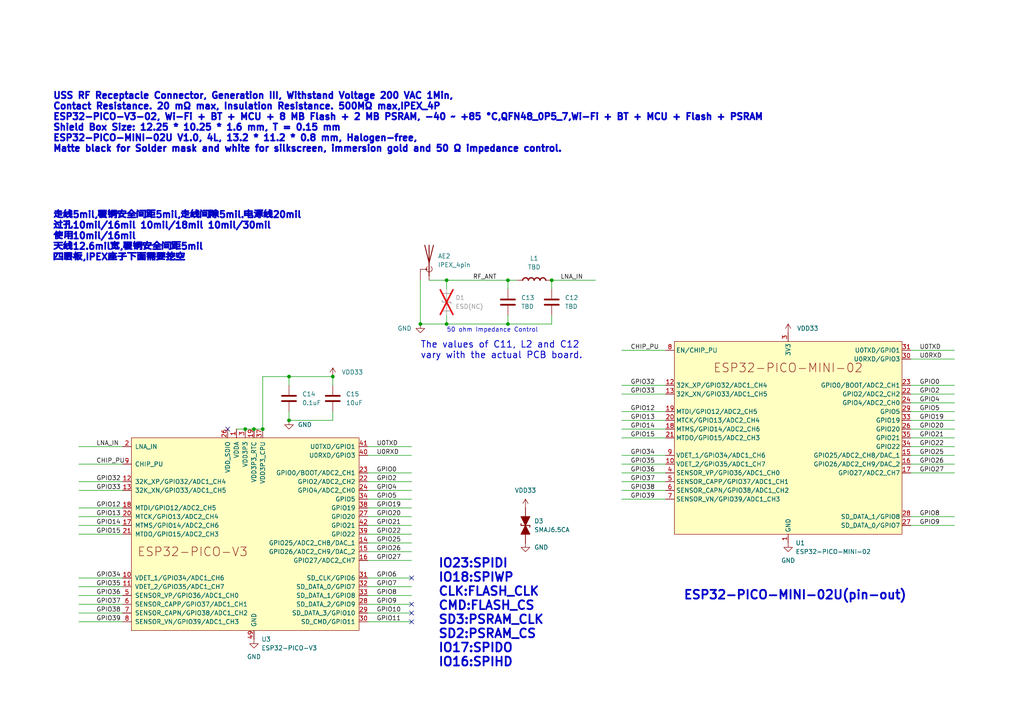
<source format=kicad_sch>
(kicad_sch (version 20250114) (generator "eeschema") (generator_version "9.0")
  (paper "A4")
  (lib_symbols
    (symbol "Device:Antenna_Shield" (pin_numbers (hide yes)) (pin_names (offset 1.016) (hide yes))
      (property "Reference" "AE" (at -1.905 4.445 0))
      (property "Value" "Antenna_Shield" (at -1.905 2.54 0))
      (symbol "Antenna_Shield_0_1"
        (arc (start 0 -2.667) (mid -0.8485 -2.1032) (end -0.508 -1.143))
        (polyline (pts (xy 0 5.08) (xy 0 -3.81)) (stroke (width 0.254)))
        (polyline (pts (xy 0 -2.54) (xy 0 0)))
        (arc (start 0.508 -1.143) (mid 0.8046 -2.0885) (end 0 -2.667))
        (polyline (pts (xy 0.762 -1.905) (xy 2.54 -1.905)))
        (circle (center 0.762 -1.905) (radius 0.1778) (fill (type outline)))
        (polyline (pts (xy 1.27 5.08) (xy 0 0) (xy -1.27 5.08)) (stroke (width 0.254)))
        (polyline (pts (xy 2.54 -2.54) (xy 2.54 -1.905)))
      )
      (symbol "Antenna_Shield_1_1"
        (pin input line (at 0 -5.08 90) (length 2.54) (name "A") (number "1"))
        (pin input line (at 2.54 -5.08 90) (length 2.54) (name "Shield") (number "2"))
      )
    )
    (symbol "Diode:ESD9B5.0ST5G" (pin_numbers (hide yes)) (pin_names (offset 1.016) (hide yes))
      (property "Reference" "D" (at 0 2.54 0))
      (property "Value" "ESD9B5.0ST5G" (at 0 -2.54 0))
      (symbol "ESD9B5.0ST5G_0_1"
        (polyline (pts (xy -2.54 -1.27) (xy 0 0) (xy -2.54 1.27) (xy -2.54 -1.27)) (stroke (width 0.2032)))
        (polyline (pts (xy 0.508 1.27) (xy 0 1.27) (xy 0 -1.27) (xy -0.508 -1.27)) (stroke (width 0.2032)))
        (polyline (pts (xy 1.27 0) (xy -1.27 0)))
        (polyline (pts (xy 2.54 1.27) (xy 2.54 -1.27) (xy 0 0) (xy 2.54 1.27)) (stroke (width 0.2032)))
      )
      (symbol "ESD9B5.0ST5G_1_1"
        (pin passive line (at -3.81 0 0) (length 2.54) (name "A1") (number "1"))
        (pin passive line (at 3.81 0 180) (length 2.54) (name "A2") (number "2"))
      )
    )
    (symbol "PCM_Capacitor_AKL:C_1206" (pin_numbers (hide yes)) (pin_names (offset 0.254))
      (property "Reference" "C" (at 0.635 2.54 0))
      (property "Value" "C_1206" (at 0.635 -2.54 0))
      (symbol "C_1206_0_1"
        (polyline (pts (xy -2.032 0.762) (xy 2.032 0.762)) (stroke (width 0.508)))
        (polyline (pts (xy -2.032 -0.762) (xy 2.032 -0.762)) (stroke (width 0.508)))
      )
      (symbol "C_1206_0_2"
        (polyline (pts (xy -2.54 -2.54) (xy -0.381 -0.381)))
        (polyline (pts (xy -0.508 -0.508) (xy -1.651 0.635)) (stroke (width 0.508)))
        (polyline (pts (xy -0.508 -0.508) (xy 0.635 -1.651)) (stroke (width 0.508)))
        (polyline (pts (xy 0.381 0.381) (xy 2.54 2.54)))
        (polyline (pts (xy 0.508 0.508) (xy -0.635 1.651)) (stroke (width 0.508)))
        (polyline (pts (xy 0.508 0.508) (xy 1.651 -0.635)) (stroke (width 0.508)))
      )
      (symbol "C_1206_1_1"
        (pin passive line (at 0 3.81 270) (length 2.794) (name "~") (number "1"))
        (pin passive line (at 0 -3.81 90) (length 2.794) (name "~") (number "2"))
      )
      (symbol "C_1206_1_2"
        (pin passive line (at -2.54 -2.54 90) (length 0) (name "~") (number "2"))
        (pin passive line (at 2.54 2.54 270) (length 0) (name "~") (number "1"))
      )
    )
    (symbol "PCM_Diode_TVS_AKL:SMAJ6.5CA" (pin_numbers (hide yes)) (pin_names (offset 1.016) (hide yes))
      (property "Reference" "D" (at 0 5.08 0))
      (property "Value" "SMAJ6.5CA" (at 0 2.54 0))
      (symbol "SMAJ6.5CA_0_1"
        (polyline (pts (xy 0 1.27) (xy 0 -1.27)) (stroke (width 0.254)))
        (polyline (pts (xy 0 1.27) (xy 0.508 1.27)) (stroke (width 0.254)))
        (polyline (pts (xy 0 0) (xy -2.54 1.27) (xy -2.54 -1.27) (xy 0 0)) (stroke (width 0.254)) (fill (type outline)))
        (polyline (pts (xy 0 -1.27) (xy -0.508 -1.27)) (stroke (width 0.254)))
        (polyline (pts (xy 1.27 0) (xy -1.27 0)))
        (polyline (pts (xy 2.54 1.27) (xy 2.54 -1.27) (xy 0 0) (xy 2.54 1.27)) (stroke (width 0.254)) (fill (type outline)))
      )
      (symbol "SMAJ6.5CA_0_2"
        (polyline (pts (xy -3.81 -3.81) (xy 3.81 3.81)))
        (polyline (pts (xy -1.778 -1.778) (xy -2.667 -0.889) (xy 0 0) (xy -0.889 -2.667) (xy -1.778 -1.778)) (stroke (width 0.254)) (fill (type outline)))
        (polyline (pts (xy -0.889 0.889) (xy -1.27 0.508)) (stroke (width 0.254)))
        (polyline (pts (xy -0.889 0.889) (xy 0.889 -0.889)) (stroke (width 0.254)))
        (polyline (pts (xy 0.889 -0.889) (xy 1.27 -0.508)) (stroke (width 0.254)))
        (polyline (pts (xy 1.778 1.778) (xy 2.667 0.889) (xy 0 0) (xy 0.889 2.667) (xy 1.778 1.778)) (stroke (width 0.254)) (fill (type outline)))
      )
      (symbol "SMAJ6.5CA_1_1"
        (pin passive line (at -5.08 0 0) (length 2.54) (name "K") (number "1"))
        (pin passive line (at 5.08 0 180) (length 2.54) (name "A") (number "2"))
      )
      (symbol "SMAJ6.5CA_1_2"
        (pin passive line (at -3.81 -3.81 0) (length 0) (name "A") (number "2"))
        (pin passive line (at 3.81 3.81 180) (length 0) (name "K") (number "1"))
      )
    )
    (symbol "PCM_Elektuur:L" (pin_numbers (hide yes)) (pin_names (offset 0) (hide yes))
      (property "Reference" "L" (at 2.54 3.175 0))
      (property "Value" "L" (at 2.54 -3.175 0))
      (symbol "L_1_0"
        (arc (start 0 3.302) (mid 0.6604 2.5146) (end 0 1.7272) (stroke (width 0.254)))
        (arc (start 0 1.6256) (mid 0.6604 0.8382) (end 0 0.0508) (stroke (width 0.254)))
        (arc (start 0 -0.0508) (mid 0.6604 -0.8382) (end 0 -1.6256) (stroke (width 0.254)))
        (arc (start 0 -1.7272) (mid 0.6604 -2.5146) (end 0 -3.302) (stroke (width 0.254)))
        (arc (start 0 3.4036) (mid 0.762 2.5146) (end 0 1.6256) (stroke (width 0.254)))
        (arc (start 0 1.7272) (mid 0.762 0.8382) (end 0 -0.0508) (stroke (width 0.254)))
        (arc (start 0 0.0508) (mid 0.762 -0.8382) (end 0 -1.7272) (stroke (width 0.254)))
        (arc (start 0 -1.6256) (mid 0.762 -2.5146) (end 0 -3.4036) (stroke (width 0.254)))
        (polyline (pts (xy 0 3.5052) (xy 0 3.302)) (stroke (width 0.254)))
        (polyline (pts (xy 0 1.7272) (xy 0 1.6256)) (stroke (width 0.254)))
        (polyline (pts (xy 0 0.0508) (xy 0 -0.0508)) (stroke (width 0.254)))
        (polyline (pts (xy 0 -1.6256) (xy 0 -1.7272)) (stroke (width 0.254)))
        (polyline (pts (xy 0 -3.302) (xy 0 -3.5052)) (stroke (width 0.254)))
        (pin passive line (at 0 5.08 270) (length 1.5748) (name "+") (number "1"))
        (pin passive line (at 0 -5.08 90) (length 1.5748) (name "-") (number "2"))
      )
      (symbol "L_1_2"
        (rectangle (start 1.524 3.3782) (end 1.9812 -3.3782) (stroke (width 0.254)) (fill (type outline)))
      )
      (symbol "L_1_3"
        (rectangle (start 1.524 3.0988) (end 1.9812 1.9304) (stroke (width 0.254)) (fill (type outline)))
        (rectangle (start 1.524 1.4224) (end 1.9812 0.254) (stroke (width 0.254)) (fill (type outline)))
        (rectangle (start 1.524 -0.254) (end 1.9812 -1.4224) (stroke (width 0.254)) (fill (type outline)))
        (rectangle (start 1.524 -1.9304) (end 1.9812 -3.0988) (stroke (width 0.254)) (fill (type outline)))
      )
    )
    (symbol "PCM_Espressif:ESP32-PICO-MINI-02"
      (property "Reference" "U" (at -33.02 33.02 0))
      (property "Value" "ESP32-PICO-MINI-02" (at -22.86 30.48 0))
      (symbol "ESP32-PICO-MINI-02_0_0"
        (text "ESP32-PICO-MINI-02" (at 0 20.32 0) (effects (font (size 2.54 2.54))))
        (pin power_in line (at 0 -30.48 90) (length 2.54) (name "GND") (number "1"))
        (pin passive line (at 0 -30.48 90) (length 2.54) (hide yes) (name "GND") (number "37"))
        (pin passive line (at 0 -30.48 90) (length 2.54) (hide yes) (name "GND") (number "38"))
        (pin passive line (at 0 -30.48 90) (length 2.54) (hide yes) (name "GND") (number "39"))
        (pin passive line (at 0 -30.48 90) (length 2.54) (hide yes) (name "GND") (number "40"))
        (pin passive line (at 0 -30.48 90) (length 2.54) (hide yes) (name "GND") (number "41"))
        (pin passive line (at 0 -30.48 90) (length 2.54) (hide yes) (name "GND") (number "42"))
        (pin passive line (at 0 -30.48 90) (length 2.54) (hide yes) (name "GND") (number "43"))
        (pin passive line (at 0 -30.48 90) (length 2.54) (hide yes) (name "GND") (number "44"))
        (pin passive line (at 0 -30.48 90) (length 2.54) (hide yes) (name "GND") (number "45"))
        (pin passive line (at 0 -30.48 90) (length 2.54) (hide yes) (name "GND") (number "46"))
        (pin passive line (at 0 -30.48 90) (length 2.54) (hide yes) (name "GND") (number "47"))
        (pin passive line (at 0 -30.48 90) (length 2.54) (hide yes) (name "GND") (number "48"))
        (pin passive line (at 0 -30.48 90) (length 2.54) (hide yes) (name "GND") (number "49"))
        (pin passive line (at 0 -30.48 90) (length 2.54) (hide yes) (name "GND") (number "50"))
        (pin passive line (at 0 -30.48 90) (length 2.54) (hide yes) (name "GND") (number "51"))
        (pin passive line (at 0 -30.48 90) (length 2.54) (hide yes) (name "GND") (number "52"))
        (pin passive line (at 0 -30.48 90) (length 2.54) (hide yes) (name "GND") (number "53"))
      )
      (symbol "ESP32-PICO-MINI-02_0_1"
        (rectangle (start -33.02 27.94) (end 33.02 -27.94) (fill (type background)))
      )
      (symbol "ESP32-PICO-MINI-02_1_1"
        (pin input line (at -35.56 25.4 0) (length 2.54) (name "EN/CHIP_PU") (number "8"))
        (pin bidirectional line (at -35.56 15.24 0) (length 2.54) (name "32K_XP/GPIO32/ADC1_CH4") (number "12"))
        (pin bidirectional line (at -35.56 12.7 0) (length 2.54) (name "32K_XN/GPIO33/ADC1_CH5") (number "13"))
        (pin bidirectional line (at -35.56 7.62 0) (length 2.54) (name "MTDI/GPIO12/ADC2_CH5") (number "19"))
        (pin bidirectional line (at -35.56 5.08 0) (length 2.54) (name "MTCK/GPIO13/ADC2_CH4") (number "20"))
        (pin bidirectional line (at -35.56 2.54 0) (length 2.54) (name "MTMS/GPIO14/ADC2_CH6") (number "18"))
        (pin bidirectional line (at -35.56 0 0) (length 2.54) (name "MTDO/GPIO15/ADC2_CH3") (number "21"))
        (pin input line (at -35.56 -5.08 0) (length 2.54) (name "VDET_1/GPIO34/ADC1_CH6") (number "9"))
        (pin input line (at -35.56 -7.62 0) (length 2.54) (name "VDET_2/GPIO35/ADC1_CH7") (number "10"))
        (pin input line (at -35.56 -10.16 0) (length 2.54) (name "SENSOR_VP/GPIO36/ADC1_CH0") (number "4"))
        (pin input line (at -35.56 -12.7 0) (length 2.54) (name "SENSOR_CAPP/GPIO37/ADC1_CH1") (number "5"))
        (pin input line (at -35.56 -15.24 0) (length 2.54) (name "SENSOR_CAPN/GPIO38/ADC1_CH2") (number "6"))
        (pin input line (at -35.56 -17.78 0) (length 2.54) (name "SENSOR_VN/GPIO39/ADC1_CH3") (number "7"))
        (pin no_connect line (at -33.02 -22.86 0) (length 2.54) (hide yes) (name "NC") (number "25"))
        (pin no_connect line (at -33.02 -25.4 0) (length 2.54) (hide yes) (name "NC") (number "32"))
        (pin power_in line (at 0 30.48 270) (length 2.54) (name "3V3") (number "3"))
        (pin passive line (at 0 -30.48 90) (length 2.54) (hide yes) (name "GND") (number "11"))
        (pin passive line (at 0 -30.48 90) (length 2.54) (hide yes) (name "GND") (number "14"))
        (pin passive line (at 0 -30.48 90) (length 2.54) (hide yes) (name "GND") (number "2"))
        (pin passive line (at 0 -30.48 90) (length 2.54) (hide yes) (name "GND") (number "36"))
        (pin bidirectional line (at 35.56 25.4 180) (length 2.54) (name "U0TXD/GPIO1") (number "31"))
        (pin bidirectional line (at 35.56 22.86 180) (length 2.54) (name "U0RXD/GPIO3") (number "30"))
        (pin bidirectional line (at 35.56 15.24 180) (length 2.54) (name "GPIO0/BOOT/ADC2_CH1") (number "23"))
        (pin bidirectional line (at 35.56 12.7 180) (length 2.54) (name "GPIO2/ADC2_CH2") (number "22"))
        (pin bidirectional line (at 35.56 10.16 180) (length 2.54) (name "GPIO4/ADC2_CH0") (number "24"))
        (pin bidirectional line (at 35.56 7.62 180) (length 2.54) (name "GPIO5") (number "29"))
        (pin bidirectional line (at 35.56 5.08 180) (length 2.54) (name "GPIO19") (number "33"))
        (pin bidirectional line (at 35.56 2.54 180) (length 2.54) (name "GPIO20") (number "26"))
        (pin bidirectional line (at 35.56 0 180) (length 2.54) (name "GPIO21") (number "35"))
        (pin bidirectional line (at 35.56 -2.54 180) (length 2.54) (name "GPIO22") (number "34"))
        (pin bidirectional line (at 35.56 -5.08 180) (length 2.54) (name "GPIO25/ADC2_CH8/DAC_1") (number "15"))
        (pin bidirectional line (at 35.56 -7.62 180) (length 2.54) (name "GPIO26/ADC2_CH9/DAC_2") (number "16"))
        (pin bidirectional line (at 35.56 -10.16 180) (length 2.54) (name "GPIO27/ADC2_CH7") (number "17"))
        (pin bidirectional line (at 35.56 -22.86 180) (length 2.54) (name "SD_DATA_1/GPIO8") (number "28"))
        (pin bidirectional line (at 35.56 -25.4 180) (length 2.54) (name "SD_DATA_0/GPIO7") (number "27"))
      )
    )
    (symbol "PCM_Espressif:ESP32-PICO-V3" (pin_names (offset 1.016))
      (property "Reference" "U" (at -33.02 33.02 0))
      (property "Value" "ESP32-PICO-V3" (at -33.02 30.48 0))
      (symbol "ESP32-PICO-V3_0_0"
        (text "ESP32-PICO-V3" (at -15.24 -5.08 0) (effects (font (size 2.54 2.54))))
      )
      (symbol "ESP32-PICO-V3_0_1"
        (rectangle (start -33.02 27.94) (end 33.02 -27.94) (fill (type background)))
      )
      (symbol "ESP32-PICO-V3_1_1"
        (pin bidirectional line (at -35.56 25.4 0) (length 2.54) (name "LNA_IN") (number "2"))
        (pin input line (at -35.56 20.32 0) (length 2.54) (name "CHIP_PU") (number "9"))
        (pin bidirectional line (at -35.56 15.24 0) (length 2.54) (name "32K_XP/GPIO32/ADC1_CH4") (number "12"))
        (pin bidirectional line (at -35.56 12.7 0) (length 2.54) (name "32K_XN/GPIO33/ADC1_CH5") (number "13"))
        (pin bidirectional line (at -35.56 7.62 0) (length 2.54) (name "MTDI/GPIO12/ADC2_CH5") (number "18"))
        (pin bidirectional line (at -35.56 5.08 0) (length 2.54) (name "MTCK/GPIO13/ADC2_CH4") (number "20"))
        (pin bidirectional line (at -35.56 2.54 0) (length 2.54) (name "MTMS/GPIO14/ADC2_CH6") (number "17"))
        (pin bidirectional line (at -35.56 0 0) (length 2.54) (name "MTDO/GPIO15/ADC2_CH3") (number "21"))
        (pin input line (at -35.56 -12.7 0) (length 2.54) (name "VDET_1/GPIO34/ADC1_CH6") (number "10"))
        (pin input line (at -35.56 -15.24 0) (length 2.54) (name "VDET_2/GPIO35/ADC1_CH7") (number "11"))
        (pin input line (at -35.56 -17.78 0) (length 2.54) (name "SENSOR_VP/GPIO36/ADC1_CH0") (number "5"))
        (pin input line (at -35.56 -20.32 0) (length 2.54) (name "SENSOR_CAPP/GPIO37/ADC1_CH1") (number "6"))
        (pin input line (at -35.56 -22.86 0) (length 2.54) (name "SENSOR_CAPN/GPIO38/ADC1_CH2") (number "7"))
        (pin input line (at -35.56 -25.4 0) (length 2.54) (name "SENSOR_VN/GPIO39/ADC1_CH3") (number "8"))
        (pin power_out line (at -5.08 30.48 270) (length 2.54) (name "VDD_SDIO") (number "26"))
        (pin power_in line (at -2.54 30.48 270) (length 2.54) (name "VDDA") (number "1"))
        (pin passive line (at -2.54 30.48 270) (length 2.54) (hide yes) (name "VDDA") (number "43"))
        (pin passive line (at -2.54 30.48 270) (length 2.54) (hide yes) (name "VDDA") (number "46"))
        (pin power_in line (at 0 30.48 270) (length 2.54) (name "VDD3P3") (number "3"))
        (pin passive line (at 0 30.48 270) (length 2.54) (hide yes) (name "VDD3P3") (number "4"))
        (pin power_in line (at 2.54 30.48 270) (length 2.54) (name "VDD3P3_RTC") (number "19"))
        (pin power_in line (at 2.54 -30.48 90) (length 2.54) (name "GND") (number "49"))
        (pin power_in line (at 5.08 30.48 270) (length 2.54) (name "VDD3P3_CPU") (number "37"))
        (pin bidirectional line (at 35.56 25.4 180) (length 2.54) (name "U0TXD/GPIO1") (number "41"))
        (pin bidirectional line (at 35.56 22.86 180) (length 2.54) (name "U0RXD/GPIO3") (number "40"))
        (pin bidirectional line (at 35.56 17.78 180) (length 2.54) (name "GPIO0/BOOT/ADC2_CH1") (number "23"))
        (pin bidirectional line (at 35.56 15.24 180) (length 2.54) (name "GPIO2/ADC2_CH2") (number "22"))
        (pin bidirectional line (at 35.56 12.7 180) (length 2.54) (name "GPIO4/ADC2_CH0") (number "24"))
        (pin bidirectional line (at 35.56 10.16 180) (length 2.54) (name "GPIO5") (number "34"))
        (pin bidirectional line (at 35.56 7.62 180) (length 2.54) (name "GPIO19") (number "38"))
        (pin bidirectional line (at 35.56 5.08 180) (length 2.54) (name "GPIO20") (number "27"))
        (pin bidirectional line (at 35.56 2.54 180) (length 2.54) (name "GPIO21") (number "42"))
        (pin bidirectional line (at 35.56 0 180) (length 2.54) (name "GPIO22") (number "39"))
        (pin bidirectional line (at 35.56 -2.54 180) (length 2.54) (name "GPIO25/ADC2_CH8/DAC_1") (number "14"))
        (pin bidirectional line (at 35.56 -5.08 180) (length 2.54) (name "GPIO26/ADC2_CH9/DAC_2") (number "15"))
        (pin bidirectional line (at 35.56 -7.62 180) (length 2.54) (name "GPIO27/ADC2_CH7") (number "16"))
        (pin bidirectional line (at 35.56 -12.7 180) (length 2.54) (name "SD_CLK/GPIO6") (number "31"))
        (pin bidirectional line (at 35.56 -15.24 180) (length 2.54) (name "SD_DATA_0/GPIO7") (number "32"))
        (pin bidirectional line (at 35.56 -17.78 180) (length 2.54) (name "SD_DATA_1/GPIO8") (number "33"))
        (pin bidirectional line (at 35.56 -20.32 180) (length 2.54) (name "SD_DATA_2/GPIO9") (number "28"))
        (pin bidirectional line (at 35.56 -22.86 180) (length 2.54) (name "SD_DATA_3/GPIO10") (number "29"))
        (pin bidirectional line (at 35.56 -25.4 180) (length 2.54) (name "SD_CMD/GPIO11") (number "30"))
      )
    )
    (symbol "power:+3.3V" (power) (pin_numbers (hide yes)) (pin_names (offset 0) (hide yes))
      (property "Value" "+3.3V" (at 0 3.556 0))
      (symbol "+3.3V_0_1"
        (polyline (pts (xy -0.762 1.27) (xy 0 2.54)))
        (polyline (pts (xy 0 2.54) (xy 0.762 1.27)))
        (polyline (pts (xy 0 0) (xy 0 2.54)))
      )
      (symbol "+3.3V_1_1"
        (pin power_in line (at 0 0 90) (length 0) (name "~") (number "1"))
      )
    )
    (symbol "power:GND" (power) (pin_numbers (hide yes)) (pin_names (offset 0) (hide yes))
      (property "Value" "GND" (at 0 -3.81 0))
      (symbol "GND_0_1"
        (polyline (pts (xy 0 0) (xy 0 -1.27) (xy 1.27 -1.27) (xy 0 -2.54) (xy -1.27 -1.27) (xy 0 -1.27)))
      )
      (symbol "GND_1_1"
        (pin power_in line (at 0 0 270) (length 0) (name "~") (number "1"))
      )
    )
  )
  (text "The values of C11, L2 and C12\nvary with the actual PCB board." (exclude_from_sim yes) (at 121.92 101.6 0) (effects (font (size 1.905 1.905) (thickness 0.2381)) (justify left)))
  (text "IO23:SPIDI\nIO18:SPIWP\nCLK:FLASH_CLK\nCMD:FLASH_CS\nSD3:PSRAM_CLK\nSD2:PSRAM_CS\nIO17:SPIDO\nIO16:SPIHD" (exclude_from_sim yes) (at 127 177.8 0) (effects (font (size 2.54 2.54) (thickness 0.508) (bold yes)) (justify left)))
  (text "50 ohm Impedance Control" (at 129.54 96.52 0) (effects (font (size 1.27 1.27)) (justify left bottom)))
  (text "ESP32-PICO-MINI-02U(pin-out)" (exclude_from_sim yes) (at 198.12 172.72 0) (effects (font (size 2.54 2.54) (thickness 0.508) (bold yes)) (justify left)))
  (text "USS RF Receptacle Connector, Generation III, Withstand Voltage 200 VAC 1Min, \nContact Resistance. 20 mΩ max, Insulation Resistance. 500MΩ max,IPEX_4P\nESP32-PICO-V3-02, Wi-Fi + BT + MCU + 8 MB Flash + 2 MB PSRAM, -40 ~ +85 °C,QFN48_0P5_7,Wi-Fi + BT + MCU + Flash + PSRAM\nShield Box Size: 12.25 * 10.25 * 1.6 mm, T = 0.15 mm\nESP32-PICO-MINI-02U V1.0, 4L, 13.2 * 11.2 * 0.8 mm, Halogen-free, \nMatte black for Solder mask and white for silkscreen, immersion gold and 50 Ω impedance control." (exclude_from_sim yes) (at 15.24 35.56 0) (effects (font (size 1.905 1.905) (thickness 0.508) (bold yes)) (justify left)))
  (text "走线5mil,覆铜安全间距5mil,走线间隙5mil.电源线20mil\n过孔10mil/16mil 10mil/18mil 10mil/30mil\n使用10mil/16mil\n天线12.6mil宽,覆铜安全间距5mil\n四层板,IPEX座子下面需要挖空" (exclude_from_sim yes) (at 15.24 68.58 0) (effects (font (size 1.905 1.905) (thickness 0.508) (bold yes)) (justify left)))
  (junction (at 83.82 109.22))
  (junction (at 96.52 109.22))
  (junction (at 71.12 124.46))
  (junction (at 73.66 124.46))
  (junction (at 76.2 124.46))
  (junction (at 147.32 93.98))
  (junction (at 129.54 81.28))
  (junction (at 147.32 81.28))
  (junction (at 160.02 81.28))
  (junction (at 83.82 121.92))
  (junction (at 129.54 93.98))
  (junction (at 121.92 93.98))
  (no_connect (at 119.38 175.26))
  (no_connect (at 119.38 167.64))
  (no_connect (at 119.38 177.8))
  (no_connect (at 66.04 124.46))
  (no_connect (at 119.38 180.34))
  (wire (pts (xy 96.52 119.38) (xy 96.52 121.92)))
  (wire (pts (xy 264.16 127) (xy 276.86 127)))
  (wire (pts (xy 180.34 137.16) (xy 193.04 137.16)))
  (wire (pts (xy 180.34 121.92) (xy 193.04 121.92)))
  (wire (pts (xy 83.82 109.22) (xy 83.82 111.76)))
  (wire (pts (xy 22.86 154.94) (xy 35.56 154.94)))
  (wire (pts (xy 106.68 160.02) (xy 119.38 160.02)))
  (wire (pts (xy 106.68 157.48) (xy 119.38 157.48)))
  (wire (pts (xy 106.68 137.16) (xy 119.38 137.16)))
  (wire (pts (xy 147.32 81.28) (xy 147.32 83.82)))
  (wire (pts (xy 264.16 137.16) (xy 276.86 137.16)))
  (wire (pts (xy 129.54 93.98) (xy 147.32 93.98)))
  (wire (pts (xy 180.34 114.3) (xy 193.04 114.3)))
  (wire (pts (xy 180.34 142.24) (xy 193.04 142.24)))
  (wire (pts (xy 106.68 180.34) (xy 119.38 180.34)))
  (wire (pts (xy 180.34 101.6) (xy 193.04 101.6)))
  (wire (pts (xy 106.68 129.54) (xy 119.38 129.54)))
  (wire (pts (xy 106.68 149.86) (xy 119.38 149.86)))
  (wire (pts (xy 22.86 180.34) (xy 35.56 180.34)))
  (wire (pts (xy 106.68 132.08) (xy 119.38 132.08)))
  (wire (pts (xy 22.86 167.64) (xy 35.56 167.64)))
  (wire (pts (xy 264.16 101.6) (xy 276.86 101.6)))
  (wire (pts (xy 106.68 139.7) (xy 119.38 139.7)))
  (wire (pts (xy 180.34 124.46) (xy 193.04 124.46)))
  (wire (pts (xy 264.16 149.86) (xy 276.86 149.86)))
  (wire (pts (xy 22.86 142.24) (xy 35.56 142.24)))
  (wire (pts (xy 121.92 81.28) (xy 121.92 93.98)))
  (wire (pts (xy 180.34 139.7) (xy 193.04 139.7)))
  (wire (pts (xy 264.16 129.54) (xy 276.86 129.54)))
  (wire (pts (xy 22.86 177.8) (xy 35.56 177.8)))
  (wire (pts (xy 147.32 91.44) (xy 147.32 93.98)))
  (wire (pts (xy 106.68 175.26) (xy 119.38 175.26)))
  (wire (pts (xy 71.12 124.46) (xy 73.66 124.46)))
  (wire (pts (xy 129.54 81.28) (xy 129.54 83.82)))
  (wire (pts (xy 180.34 134.62) (xy 193.04 134.62)))
  (wire (pts (xy 264.16 116.84) (xy 276.86 116.84)))
  (wire (pts (xy 264.16 114.3) (xy 276.86 114.3)))
  (wire (pts (xy 76.2 109.22) (xy 83.82 109.22)))
  (wire (pts (xy 160.02 83.82) (xy 160.02 81.28)))
  (wire (pts (xy 180.34 127) (xy 193.04 127)))
  (wire (pts (xy 180.34 132.08) (xy 193.04 132.08)))
  (wire (pts (xy 121.92 93.98) (xy 129.54 93.98)))
  (wire (pts (xy 264.16 121.92) (xy 276.86 121.92)))
  (wire (pts (xy 160.02 81.28) (xy 172.72 81.28)))
  (wire (pts (xy 180.34 111.76) (xy 193.04 111.76)))
  (wire (pts (xy 264.16 111.76) (xy 276.86 111.76)))
  (wire (pts (xy 22.86 134.62) (xy 35.56 134.62)))
  (wire (pts (xy 264.16 104.14) (xy 276.86 104.14)))
  (wire (pts (xy 264.16 124.46) (xy 276.86 124.46)))
  (wire (pts (xy 160.02 93.98) (xy 160.02 91.44)))
  (wire (pts (xy 22.86 129.54) (xy 35.56 129.54)))
  (wire (pts (xy 106.68 177.8) (xy 119.38 177.8)))
  (wire (pts (xy 22.86 172.72) (xy 35.56 172.72)))
  (wire (pts (xy 264.16 152.4) (xy 276.86 152.4)))
  (wire (pts (xy 76.2 109.22) (xy 76.2 124.46)))
  (wire (pts (xy 106.68 147.32) (xy 119.38 147.32)))
  (wire (pts (xy 96.52 121.92) (xy 83.82 121.92)))
  (wire (pts (xy 68.58 124.46) (xy 71.12 124.46)))
  (wire (pts (xy 106.68 144.78) (xy 119.38 144.78)))
  (wire (pts (xy 22.86 139.7) (xy 35.56 139.7)))
  (wire (pts (xy 106.68 167.64) (xy 119.38 167.64)))
  (wire (pts (xy 180.34 144.78) (xy 193.04 144.78)))
  (wire (pts (xy 96.52 109.22) (xy 83.82 109.22)))
  (wire (pts (xy 180.34 119.38) (xy 193.04 119.38)))
  (wire (pts (xy 106.68 170.18) (xy 119.38 170.18)))
  (wire (pts (xy 129.54 91.44) (xy 129.54 93.98)))
  (wire (pts (xy 22.86 147.32) (xy 35.56 147.32)))
  (wire (pts (xy 149.86 81.28) (xy 147.32 81.28)))
  (wire (pts (xy 22.86 152.4) (xy 35.56 152.4)))
  (wire (pts (xy 22.86 175.26) (xy 35.56 175.26)))
  (wire (pts (xy 96.52 109.22) (xy 96.52 111.76)))
  (wire (pts (xy 22.86 149.86) (xy 35.56 149.86)))
  (wire (pts (xy 22.86 170.18) (xy 35.56 170.18)))
  (wire (pts (xy 106.68 154.94) (xy 119.38 154.94)))
  (wire (pts (xy 124.46 81.28) (xy 129.54 81.28)))
  (wire (pts (xy 264.16 132.08) (xy 276.86 132.08)))
  (wire (pts (xy 83.82 119.38) (xy 83.82 121.92)))
  (wire (pts (xy 73.66 124.46) (xy 76.2 124.46)))
  (wire (pts (xy 106.68 162.56) (xy 119.38 162.56)))
  (wire (pts (xy 264.16 119.38) (xy 276.86 119.38)))
  (wire (pts (xy 264.16 134.62) (xy 276.86 134.62)))
  (wire (pts (xy 147.32 93.98) (xy 160.02 93.98)))
  (wire (pts (xy 106.68 172.72) (xy 119.38 172.72)))
  (wire (pts (xy 106.68 152.4) (xy 119.38 152.4)))
  (wire (pts (xy 129.54 81.28) (xy 147.32 81.28)))
  (wire (pts (xy 106.68 142.24) (xy 119.38 142.24)))
  (label "GPIO21" (at 266.7 127 0))
  (label "GPIO14" (at 27.94 152.4 0))
  (label "GPIO19" (at 109.22 147.32 0))
  (label "GPIO13" (at 27.94 149.86 0))
  (label "GPIO2" (at 109.22 139.7 0))
  (label "GPIO22" (at 109.22 154.94 0))
  (label "GPIO34" (at 27.94 167.64 0))
  (label "GPIO11" (at 109.22 180.34 0))
  (label "GPIO34" (at 182.88 132.08 0))
  (label "GPIO12" (at 27.94 147.32 0))
  (label "GPIO27" (at 266.7 137.16 0))
  (label "GPIO20" (at 109.22 149.86 0))
  (label "LNA_IN" (at 27.94 129.54 0))
  (label "GPIO8" (at 266.7 149.86 0))
  (label "GPIO26" (at 266.7 134.62 0))
  (label "U0RXD" (at 266.7 104.14 0))
  (label "GPIO7" (at 109.22 170.18 0))
  (label "GPIO10" (at 109.22 177.8 0))
  (label "GPIO36" (at 182.88 137.16 0))
  (label "GPIO32" (at 182.88 111.76 0))
  (label "GPIO32" (at 27.94 139.7 0))
  (label "CHIP_PU" (at 182.88 101.6 0))
  (label "GPIO2" (at 266.7 114.3 0))
  (label "GPIO14" (at 182.88 124.46 0))
  (label "GPIO8" (at 109.22 172.72 0))
  (label "GPIO4" (at 109.22 142.24 0))
  (label "GPIO19" (at 266.7 121.92 0))
  (label "GPIO5" (at 109.22 144.78 0))
  (label "U0TXD" (at 266.7 101.6 0))
  (label "GPIO20" (at 266.7 124.46 0))
  (label "GPIO39" (at 27.94 180.34 0))
  (label "GPIO21" (at 109.22 152.4 0))
  (label "GPIO4" (at 266.7 116.84 0))
  (label "GPIO27" (at 109.22 162.56 0))
  (label "GPIO25" (at 109.22 157.48 0))
  (label "GPIO38" (at 27.94 177.8 0))
  (label "GPIO0" (at 266.7 111.76 0))
  (label "GPIO33" (at 27.94 142.24 0))
  (label "GPIO9" (at 266.7 152.4 0))
  (label "U0RXD" (at 109.22 132.08 0))
  (label "GPIO38" (at 182.88 142.24 0))
  (label "CHIP_PU" (at 27.94 134.62 0))
  (label "GPIO0" (at 109.22 137.16 0))
  (label "GPIO37" (at 27.94 175.26 0))
  (label "GPIO13" (at 182.88 121.92 0))
  (label "GPIO15" (at 27.94 154.94 0))
  (label "GPIO5" (at 266.7 119.38 0))
  (label "GPIO35" (at 27.94 170.18 0))
  (label "RF_ANT" (at 137.16 81.28 0))
  (label "GPIO33" (at 182.88 114.3 0))
  (label "GPIO37" (at 182.88 139.7 0))
  (label "GPIO9" (at 109.22 175.26 0))
  (label "GPIO6" (at 109.22 167.64 0))
  (label "GPIO35" (at 182.88 134.62 0))
  (label "GPIO36" (at 27.94 172.72 0))
  (label "GPIO26" (at 109.22 160.02 0))
  (label "GPIO39" (at 182.88 144.78 0))
  (label "LNA_IN" (at 162.56 81.28 0))
  (label "U0TXD" (at 109.22 129.54 0))
  (label "GPIO22" (at 266.7 129.54 0))
  (label "GPIO15" (at 182.88 127 0))
  (label "GPIO12" (at 182.88 119.38 0))
  (label "GPIO25" (at 266.7 132.08 0))
  (symbol (lib_id "power:GND") (at 228.6 157.48 0) (unit 1)
    (property "Reference" "#PWR016" (effects (hide yes)))
    (property "Value" "GND" (at 228.6 162.56 0))
    (property "Description" "Power symbol creates a global label with name \"GND\" , ground" (effects (hide yes)))
  )
  (symbol (lib_id "PCM_Capacitor_AKL:C_1206") (at 96.52 115.57 0) (unit 1)
    (property "Reference" "C15" (at 100.33 114.2999 0) (effects (justify left)))
    (property "Value" "10uF" (at 100.33 116.8399 0) (effects (justify left)))
    (property "Footprint" "PCM_Capacitor_SMD_AKL:C_1206_3216Metric" (effects (hide yes)))
    (property "Description" "SMD 1206 MLCC capacitor, Alternate KiCad Library" (effects (hide yes)))
  )
  (symbol (lib_id "power:+3.3V") (at 152.4 147.32 0) (unit 1)
    (property "Reference" "#PWR013" (effects (hide yes)))
    (property "Value" "VDD33" (at 152.4 142.24 0))
    (property "Description" "Power symbol creates a global label with name \"+3.3V\"" (effects (hide yes)))
  )
  (symbol (lib_id "PCM_Espressif:ESP32-PICO-MINI-02") (at 228.6 127 0) (unit 1)
    (property "Reference" "U1" (at 230.7433 157.48 0) (effects (justify left)))
    (property "Value" "ESP32-PICO-MINI-02" (at 230.7433 160.02 0) (effects (justify left)))
    (property "Footprint" "PCM_Espressif:ESP32-PICO-MINI-02" (effects (hide yes)))
    (property "Datasheet" "https://www.espressif.com/sites/default/files/documentation/esp32-pico-mini-02_datasheet_en.pdf" (effects (hide yes)))
    (property "Description" "ESP32-PICO-V3-02 MCU, SiP, 8MB Flash, 2 MB PSRAM in ESP32-MINI-format" (effects (hide yes)))
  )
  (symbol (lib_id "PCM_Elektuur:L") (at 154.94 81.28 90) (unit 1)
    (property "Reference" "L1" (at 154.94 74.93 90))
    (property "Value" "TBD" (at 154.94 77.47 90))
    (property "Description" "coil/winding/inductor/choke/reactor" (effects (hide yes)))
    (property "Indicator" "●" (effects (hide yes)))
    (property "Rating" "A" (effects (hide yes)))
  )
  (symbol (lib_id "PCM_Diode_TVS_AKL:SMAJ6.5CA") (at 152.4 152.4 90) (unit 1)
    (property "Reference" "D3" (at 154.94 151.1299 90) (effects (justify right)))
    (property "Value" "SMAJ6.5CA" (at 154.94 153.6699 90) (effects (justify right)))
    (property "Footprint" "PCM_Diode_SMD_AKL:D_SMA_TVS" (effects (hide yes)))
    (property "Datasheet" "https://www.tme.eu/Document/dbc72d81c249fe51b6ab42300e8e06d0/SMAJ_ser.pdf" (effects (hide yes)))
    (property "Description" "SMA Bidirectional TVS Diode, 6.5V, 400W, Alternate KiCAD Library" (effects (hide yes)))
  )
  (symbol (lib_id "Device:Antenna_Shield") (at 124.46 76.2 0) (mirror y) (unit 1)
    (property "Reference" "AE2" (at 127 74.2949 0) (effects (justify right)))
    (property "Value" "IPEX_4pin" (at 127 76.8349 0) (effects (justify right)))
    (property "Description" "Antenna with extra pin for shielding" (effects (hide yes)))
  )
  (symbol (lib_id "power:GND") (at 121.92 93.98 0) (unit 1)
    (property "Reference" "#PWR01" (effects (hide yes)))
    (property "Value" "GND" (at 119.38 95.2499 0) (effects (justify right)))
    (property "Description" "Power symbol creates a global label with name \"GND\" , ground" (effects (hide yes)))
  )
  (symbol (lib_id "power:GND") (at 83.82 121.92 0) (unit 1)
    (property "Reference" "#PWR019" (effects (hide yes)))
    (property "Value" "GND" (at 86.36 123.1899 0) (effects (justify left)))
    (property "Description" "Power symbol creates a global label with name \"GND\" , ground" (effects (hide yes)))
  )
  (symbol (lib_id "power:GND") (at 152.4 157.48 0) (unit 1)
    (property "Reference" "#PWR014" (effects (hide yes)))
    (property "Value" "GND" (at 154.94 158.7499 0) (effects (justify left)))
    (property "Description" "Power symbol creates a global label with name \"GND\" , ground" (effects (hide yes)))
  )
  (symbol (lib_id "PCM_Espressif:ESP32-PICO-V3") (at 71.12 154.94 0) (unit 1)
    (property "Reference" "U3" (at 75.8033 185.42 0) (effects (justify left)))
    (property "Value" "ESP32-PICO-V3" (at 75.8033 187.96 0) (effects (justify left)))
    (property "Footprint" "Package_DFN_QFN:QFN-48-1EP_7x7mm_P0.5mm_EP5.15x5.15mm" (effects (hide yes)))
    (property "Datasheet" "https://www.espressif.com/sites/default/files/documentation/esp32-pico-v3_datasheet_en.pdf" (effects (hide yes)))
    (property "Description" "The ESP32-PICO-V3 is a System-in-Package (SiP) device that is based on ESP32 with ECO V3 wafer, providingcomplete Wi-Fi and Bluetooth®functionalities. It integrates a 4 MB SPI flash." (effects (hide yes)))
  )
  (symbol (lib_id "PCM_Capacitor_AKL:C_1206") (at 160.02 87.63 0) (unit 1)
    (property "Reference" "C12" (at 163.83 86.3599 0) (effects (justify left)))
    (property "Value" "TBD" (at 163.83 88.8999 0) (effects (justify left)))
    (property "Footprint" "PCM_Capacitor_SMD_AKL:C_1206_3216Metric" (effects (hide yes)))
    (property "Description" "SMD 1206 MLCC capacitor, Alternate KiCad Library" (effects (hide yes)))
  )
  (symbol (lib_id "PCM_Capacitor_AKL:C_1206") (at 83.82 115.57 0) (unit 1)
    (property "Reference" "C14" (at 87.63 114.2999 0) (effects (justify left)))
    (property "Value" "0.1uF" (at 87.63 116.8399 0) (effects (justify left)))
    (property "Footprint" "PCM_Capacitor_SMD_AKL:C_1206_3216Metric" (effects (hide yes)))
    (property "Description" "SMD 1206 MLCC capacitor, Alternate KiCad Library" (effects (hide yes)))
  )
  (symbol (lib_id "PCM_Capacitor_AKL:C_1206") (at 147.32 87.63 0) (unit 1)
    (property "Reference" "C13" (at 151.13 86.3599 0) (effects (justify left)))
    (property "Value" "TBD" (at 151.13 88.8999 0) (effects (justify left)))
    (property "Footprint" "PCM_Capacitor_SMD_AKL:C_1206_3216Metric" (effects (hide yes)))
    (property "Description" "SMD 1206 MLCC capacitor, Alternate KiCad Library" (effects (hide yes)))
  )
  (symbol (lib_id "Diode:ESD9B5.0ST5G") (at 129.54 87.63 90) (unit 1) (dnp yes)
    (property "Reference" "D1" (at 132.08 86.3599 90) (effects (justify right)))
    (property "Value" "ESD(NC)" (at 132.08 88.8999 90) (effects (justify right)))
    (property "Footprint" "Diode_SMD:D_SOD-923" (effects (hide yes)))
    (property "Datasheet" "https://www.onsemi.com/pub/Collateral/ESD9B-D.PDF" (effects (hide yes)))
    (property "Description" "ESD protection diode, 5.0Vrwm, SOD-923" (effects (hide yes)))
  )
  (symbol (lib_id "power:GND") (at 73.66 185.42 0) (unit 1)
    (property "Reference" "#PWR015" (effects (hide yes)))
    (property "Value" "GND" (at 73.66 190.5 0))
    (property "Description" "Power symbol creates a global label with name \"GND\" , ground" (effects (hide yes)))
  )
  (symbol (lib_id "power:+3.3V") (at 228.6 96.52 0) (unit 1)
    (property "Reference" "#PWR017" (effects (hide yes)))
    (property "Value" "VDD33" (at 231.14 95.2499 0) (effects (justify left)))
    (property "Description" "Power symbol creates a global label with name \"+3.3V\"" (effects (hide yes)))
  )
  (symbol (lib_id "power:+3.3V") (at 96.52 109.22 0) (unit 1)
    (property "Reference" "#PWR018" (effects (hide yes)))
    (property "Value" "VDD33" (at 99.06 107.9499 0) (effects (justify left)))
    (property "Description" "Power symbol creates a global label with name \"+3.3V\"" (effects (hide yes)))
  )
)
</source>
